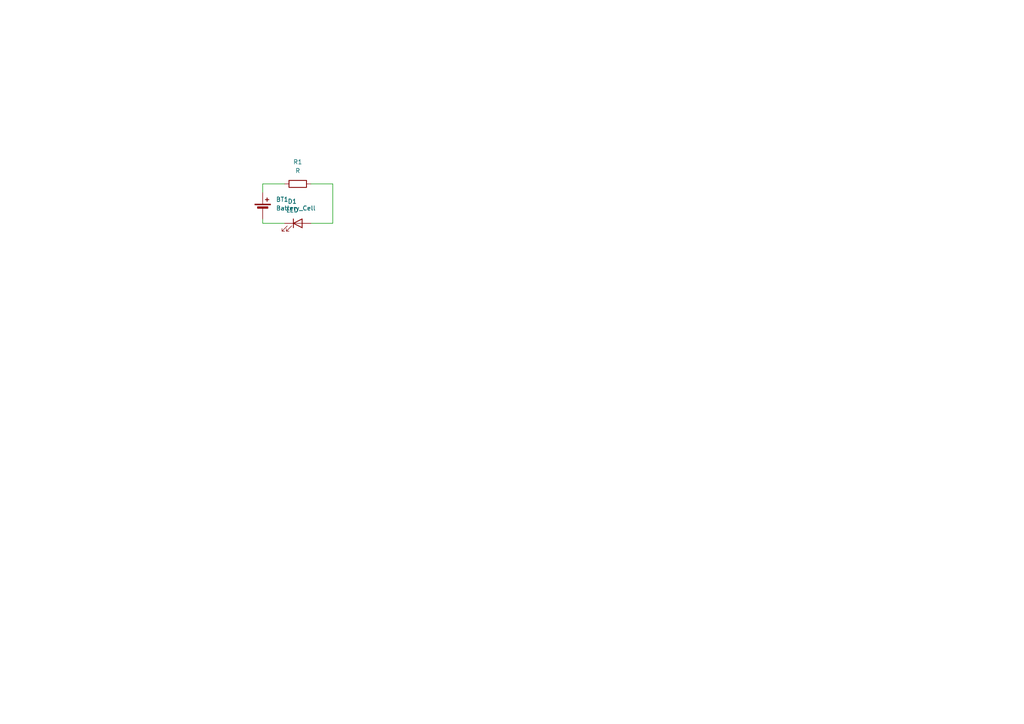
<source format=kicad_sch>
(kicad_sch (version 20231120) (generator "eeschema") (generator_version "8.0")
  (paper "A4")
  (lib_symbols
    (symbol "Device:Battery_Cell" (pin_numbers hide) (pin_names (offset 0) hide)
      (property "Reference" "BT" (at 2.54 2.54 0))
      (property "Value" "Battery_Cell" (at 2.54 0 0))
      (symbol "Battery_Cell_0_1"
        (rectangle (start -2.286 1.778) (end 2.286 1.524) (fill (type outline)))
        (rectangle (start -1.524 1.016) (end 1.524 0.508) (fill (type outline)))
        (polyline (pts (xy 0 0.762) (xy 0 0)))
        (polyline (pts (xy 0 1.778) (xy 0 2.54)))
        (polyline (pts (xy 0.762 3.048) (xy 1.778 3.048)) (stroke (width 0.254)))
        (polyline (pts (xy 1.27 3.556) (xy 1.27 2.54)) (stroke (width 0.254)))
      )
      (symbol "Battery_Cell_1_1"
        (pin passive line (at 0 5.08 270) (length 2.54) (name "+") (number "1"))
        (pin passive line (at 0 -2.54 90) (length 2.54) (name "-") (number "2"))
      )
    )
    (symbol "Device:LED" (pin_numbers hide) (pin_names (offset 1.016) hide)
      (property "Reference" "D" (at 0 2.54 0))
      (property "Value" "LED" (at 0 -2.54 0))
      (symbol "LED_0_1"
        (polyline (pts (xy -1.27 -1.27) (xy -1.27 1.27)) (stroke (width 0.254)))
        (polyline (pts (xy -1.27 0) (xy 1.27 0)))
        (polyline (pts (xy 1.27 -1.27) (xy 1.27 1.27) (xy -1.27 0) (xy 1.27 -1.27)) (stroke (width 0.254)))
        (polyline (pts (xy -3.048 -0.762) (xy -4.572 -2.286) (xy -3.81 -2.286) (xy -4.572 -2.286) (xy -4.572 -1.524)))
        (polyline (pts (xy -1.778 -0.762) (xy -3.302 -2.286) (xy -2.54 -2.286) (xy -3.302 -2.286) (xy -3.302 -1.524)))
      )
      (symbol "LED_1_1"
        (pin passive line (at -3.81 0 0) (length 2.54) (name "K") (number "1"))
        (pin passive line (at 3.81 0 180) (length 2.54) (name "A") (number "2"))
      )
    )
    (symbol "Device:R" (pin_numbers hide) (pin_names (offset 0))
      (property "Reference" "R" (at 2.032 0 90))
      (property "Value" "R" (at 0 0 90))
      (symbol "R_0_1"
        (rectangle (start -1.016 -2.54) (end 1.016 2.54) (stroke (width 0.254)))
      )
      (symbol "R_1_1"
        (pin passive line (at 0 3.81 270) (length 1.27) (name "~") (number "1"))
        (pin passive line (at 0 -3.81 90) (length 1.27) (name "~") (number "2"))
      )
    )
  )
  (wire (pts (xy 76.2 53.34) (xy 82.55 53.34)))
  (wire (pts (xy 90.17 64.77) (xy 96.52 64.77)))
  (wire (pts (xy 96.52 53.34) (xy 90.17 53.34)))
  (wire (pts (xy 76.2 55.88) (xy 76.2 53.34)))
  (wire (pts (xy 76.2 64.77) (xy 82.55 64.77)))
  (wire (pts (xy 96.52 64.77) (xy 96.52 53.34)))
  (wire (pts (xy 76.2 63.5) (xy 76.2 64.77)))
  (symbol (lib_id "Device:LED") (at 86.36 64.77 0) (unit 1)
    (property "Reference" "D1" (at 84.7725 58.42 0))
    (property "Value" "LED" (at 84.7725 60.96 0))
    (property "Footprint" "LED_SMD:LED_0805_2012Metric_Pad1.15x1.40mm_HandSolder" (effects (hide yes)))
    (property "Description" "Light emitting diode" (effects (hide yes)))
  )
  (symbol (lib_id "Device:Battery_Cell") (at 76.2 60.96 0) (unit 1)
    (property "Reference" "BT1" (at 80.01 57.8484 0) (effects (justify left)))
    (property "Value" "Battery_Cell" (at 80.01 60.3884 0) (effects (justify left)))
    (property "Footprint" "FS_3_Global_Footprint_Library:MS621FE-FL11E_SEC" (effects (hide yes)))
    (property "Description" "Single-cell battery" (effects (hide yes)))
  )
  (symbol (lib_id "Device:R") (at 86.36 53.34 90) (unit 1)
    (property "Reference" "R1" (at 86.36 46.99 90))
    (property "Value" "R" (at 86.36 49.53 90))
    (property "Footprint" "Resistor_SMD:R_0805_2012Metric_Pad1.20x1.40mm_HandSolder" (effects (hide yes)))
    (property "Description" "Resistor" (effects (hide yes)))
  )
)
</source>
